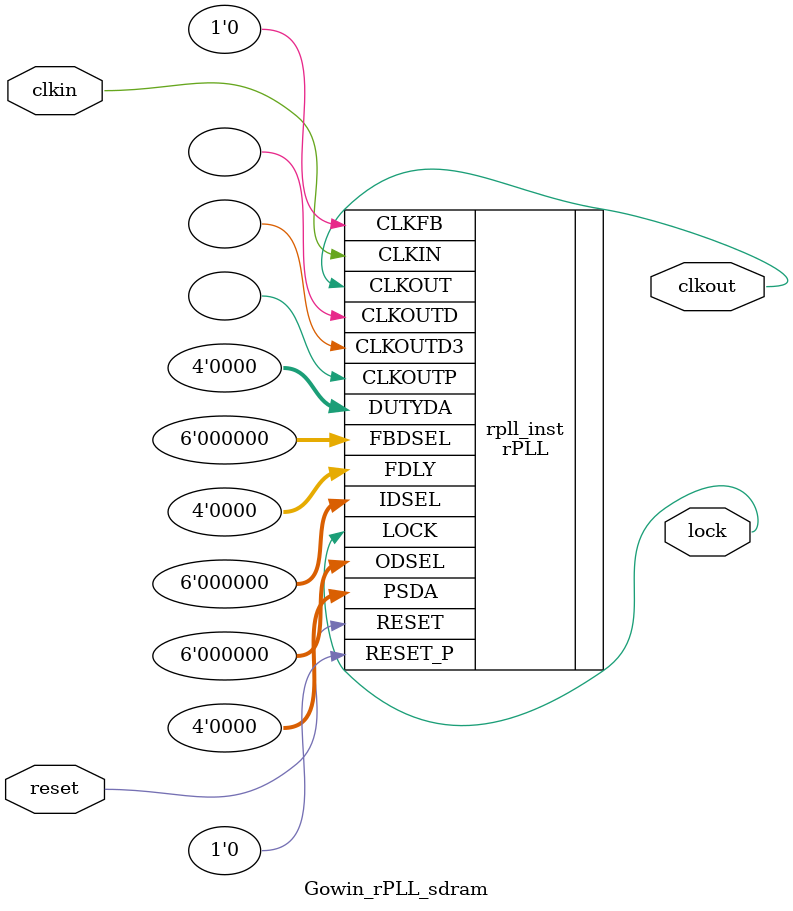
<source format=sv>

module pll_instantiation (
    input wire clk_27m,        // 27 MHz input clock
    input wire reset_n,        // Active low reset
    
    output wire clk_74m25,     // 74.25 MHz pixel clock for HDMI
    output wire clk_371m25,    // 371.25 MHz (5x pixel clock) for HDMI serializer
    output wire clk_96m,       // 96 MHz system clock for NeoGeo core
    output wire clk_24m576,    // 24.576 MHz audio clock (48kHz * 512)
    output wire clk_133m,      // 133 MHz SDRAM clock
    
    output wire pll_locked     // PLL locked signal
);
    // PLL lock signals
    wire pll_video_locked;
    wire pll_video_x5_locked;
    wire pll_system_locked;
    wire pll_audio_locked;
    wire pll_sdram_locked;
    
    // Combined lock signal
    assign pll_locked = pll_video_locked & pll_video_x5_locked & pll_system_locked & pll_audio_locked & pll_sdram_locked;
    
    // Video PLL for HDMI pixel clock (74.25 MHz)
    Gowin_rPLL video_pll (
        .clkout(clk_74m25),    // 74.25 MHz
        .lock(pll_video_locked),
        .reset(~reset_n),
        .clkin(clk_27m)        // 27 MHz input
    );
    
    // HDMI serializer PLL (5x pixel clock = 371.25 MHz)
    Gowin_rPLL_x5 video_x5_pll (
        .clkout(clk_371m25),   // 371.25 MHz
        .lock(pll_video_x5_locked),
        .reset(~reset_n),
        .clkin(clk_74m25)      // 74.25 MHz input
    );
    
    // System PLL for NeoGeo core (96 MHz)
    Gowin_rPLL_sys system_pll (
        .clkout(clk_96m),      // 96 MHz
        .lock(pll_system_locked),
        .reset(~reset_n),
        .clkin(clk_27m)        // 27 MHz input
    );
    
    // Audio PLL for 48kHz audio (24.576 MHz = 48kHz * 512)
    Gowin_rPLL_audio audio_pll (
        .clkout(clk_24m576),   // 24.576 MHz
        .lock(pll_audio_locked),
        .reset(~reset_n),
        .clkin(clk_27m)        // 27 MHz input
    );
    
    // SDRAM PLL for memory controller (133 MHz)
    Gowin_rPLL_sdram sdram_pll (
        .clkout(clk_133m),     // 133 MHz
        .lock(pll_sdram_locked),
        .reset(~reset_n),
        .clkin(clk_27m)        // 27 MHz input
    );
    
endmodule

// Gowin rPLL primitive for 74.25 MHz (HDMI pixel clock)
module Gowin_rPLL (
    output wire clkout,
    output wire lock,
    input wire reset,
    input wire clkin
);
    // PLL parameters for 74.25 MHz from 27 MHz
    // FBDIV = 22, IDIV = 8, ODIV = 1
    // Fout = Fin * (FBDIV+1) / (IDIV+1) / (ODIV+1)
    // 74.25 MHz = 27 MHz * 22 / 8 / 1
    
    rPLL #(
        .FCLKIN("27"),         // Input clock frequency (MHz)
        .IDIV_SEL(7),          // IDIV = 8 (value is IDIV-1)
        .FBDIV_SEL(21),        // FBDIV = 22 (value is FBDIV-1)
        .ODIV_SEL(1),          // ODIV = 1 (value is ODIV)
        .DYN_SDIV_SEL(2),      // Dynamic SDIV
        .PSDA_SEL("0000")      // Phase shift
    ) rpll_inst (
        .CLKOUT(clkout),
        .LOCK(lock),
        .CLKOUTP(),
        .CLKOUTD(),
        .CLKOUTD3(),
        .RESET(reset),
        .RESET_P(1'b0),
        .CLKIN(clkin),
        .CLKFB(1'b0),
        .FBDSEL(6'b0),
        .IDSEL(6'b0),
        .ODSEL(6'b0),
        .PSDA(4'b0),
        .DUTYDA(4'b0),
        .FDLY(4'b0)
    );
endmodule

// Gowin rPLL primitive for 371.25 MHz (HDMI serializer clock)
module Gowin_rPLL_x5 (
    output wire clkout,
    output wire lock,
    input wire reset,
    input wire clkin
);
    // PLL parameters for 371.25 MHz from 74.25 MHz
    // FBDIV = 4, IDIV = 0, ODIV = 1
    // Fout = Fin * (FBDIV+1) / (IDIV+1) / (ODIV+1)
    // 371.25 MHz = 74.25 MHz * 5 / 1 / 1
    
    rPLL #(
        .FCLKIN("74.25"),      // Input clock frequency (MHz)
        .IDIV_SEL(0),          // IDIV = 1 (value is IDIV-1)
        .FBDIV_SEL(4),         // FBDIV = 5 (value is FBDIV-1)
        .ODIV_SEL(1),          // ODIV = 1 (value is ODIV)
        .DYN_SDIV_SEL(2),      // Dynamic SDIV
        .PSDA_SEL("0000")      // Phase shift
    ) rpll_inst (
        .CLKOUT(clkout),
        .LOCK(lock),
        .CLKOUTP(),
        .CLKOUTD(),
        .CLKOUTD3(),
        .RESET(reset),
        .RESET_P(1'b0),
        .CLKIN(clkin),
        .CLKFB(1'b0),
        .FBDSEL(6'b0),
        .IDSEL(6'b0),
        .ODSEL(6'b0),
        .PSDA(4'b0),
        .DUTYDA(4'b0),
        .FDLY(4'b0)
    );
endmodule

// Gowin rPLL primitive for 96 MHz (system clock)
module Gowin_rPLL_sys (
    output wire clkout,
    output wire lock,
    input wire reset,
    input wire clkin
);
    // PLL parameters for 96 MHz from 27 MHz
    // FBDIV = 31, IDIV = 8, ODIV = 1
    // Fout = Fin * (FBDIV+1) / (IDIV+1) / (ODIV+1)
    // 96.75 MHz = 27 MHz * 32 / 9 / 1
    
    rPLL #(
        .FCLKIN("27"),         // Input clock frequency (MHz)
        .IDIV_SEL(8),          // IDIV = 9 (value is IDIV-1)
        .FBDIV_SEL(31),        // FBDIV = 32 (value is FBDIV-1)
        .ODIV_SEL(1),          // ODIV = 1 (value is ODIV)
        .DYN_SDIV_SEL(2),      // Dynamic SDIV
        .PSDA_SEL("0000")      // Phase shift
    ) rpll_inst (
        .CLKOUT(clkout),
        .LOCK(lock),
        .CLKOUTP(),
        .CLKOUTD(),
        .CLKOUTD3(),
        .RESET(reset),
        .RESET_P(1'b0),
        .CLKIN(clkin),
        .CLKFB(1'b0),
        .FBDSEL(6'b0),
        .IDSEL(6'b0),
        .ODSEL(6'b0),
        .PSDA(4'b0),
        .DUTYDA(4'b0),
        .FDLY(4'b0)
    );
endmodule

// Gowin rPLL primitive for 24.576 MHz (audio clock)
module Gowin_rPLL_audio (
    output wire clkout,
    output wire lock,
    input wire reset,
    input wire clkin
);
    // PLL parameters for 24.576 MHz from 27 MHz
    // FBDIV = 36, IDIV = 39, ODIV = 1
    // Fout = Fin * (FBDIV+1) / (IDIV+1) / (ODIV+1)
    // 24.576 MHz = 27 MHz * 37 / 40 / 1
    
    rPLL #(
        .FCLKIN("27"),         // Input clock frequency (MHz)
        .IDIV_SEL(39),         // IDIV = 40 (value is IDIV-1)
        .FBDIV_SEL(36),        // FBDIV = 37 (value is FBDIV-1)
        .ODIV_SEL(1),          // ODIV = 1 (value is ODIV)
        .DYN_SDIV_SEL(2),      // Dynamic SDIV
        .PSDA_SEL("0000")      // Phase shift
    ) rpll_inst (
        .CLKOUT(clkout),
        .LOCK(lock),
        .CLKOUTP(),
        .CLKOUTD(),
        .CLKOUTD3(),
        .RESET(reset),
        .RESET_P(1'b0),
        .CLKIN(clkin),
        .CLKFB(1'b0),
        .FBDSEL(6'b0),
        .IDSEL(6'b0),
        .ODSEL(6'b0),
        .PSDA(4'b0),
        .DUTYDA(4'b0),
        .FDLY(4'b0)
    );
endmodule

// Gowin rPLL primitive for 133 MHz (SDRAM clock)
module Gowin_rPLL_sdram (
    output wire clkout,
    output wire lock,
    input wire reset,
    input wire clkin
);
    // PLL parameters for 133 MHz from 27 MHz
    // FBDIV = 39, IDIV = 7, ODIV = 1
    // Fout = Fin * (FBDIV+1) / (IDIV+1) / (ODIV+1)
    // 135 MHz = 27 MHz * 40 / 8 / 1
    
    rPLL #(
        .FCLKIN("27"),         // Input clock frequency (MHz)
        .IDIV_SEL(7),          // IDIV = 8 (value is IDIV-1)
        .FBDIV_SEL(39),        // FBDIV = 40 (value is FBDIV-1)
        .ODIV_SEL(1),          // ODIV = 1 (value is ODIV)
        .DYN_SDIV_SEL(2),      // Dynamic SDIV
        .PSDA_SEL("0000")      // Phase shift
    ) rpll_inst (
        .CLKOUT(clkout),
        .LOCK(lock),
        .CLKOUTP(),
        .CLKOUTD(),
        .CLKOUTD3(),
        .RESET(reset),
        .RESET_P(1'b0),
        .CLKIN(clkin),
        .CLKFB(1'b0),
        .FBDSEL(6'b0),
        .IDSEL(6'b0),
        .ODSEL(6'b0),
        .PSDA(4'b0),
        .DUTYDA(4'b0),
        .FDLY(4'b0)
    );
endmodule

</source>
